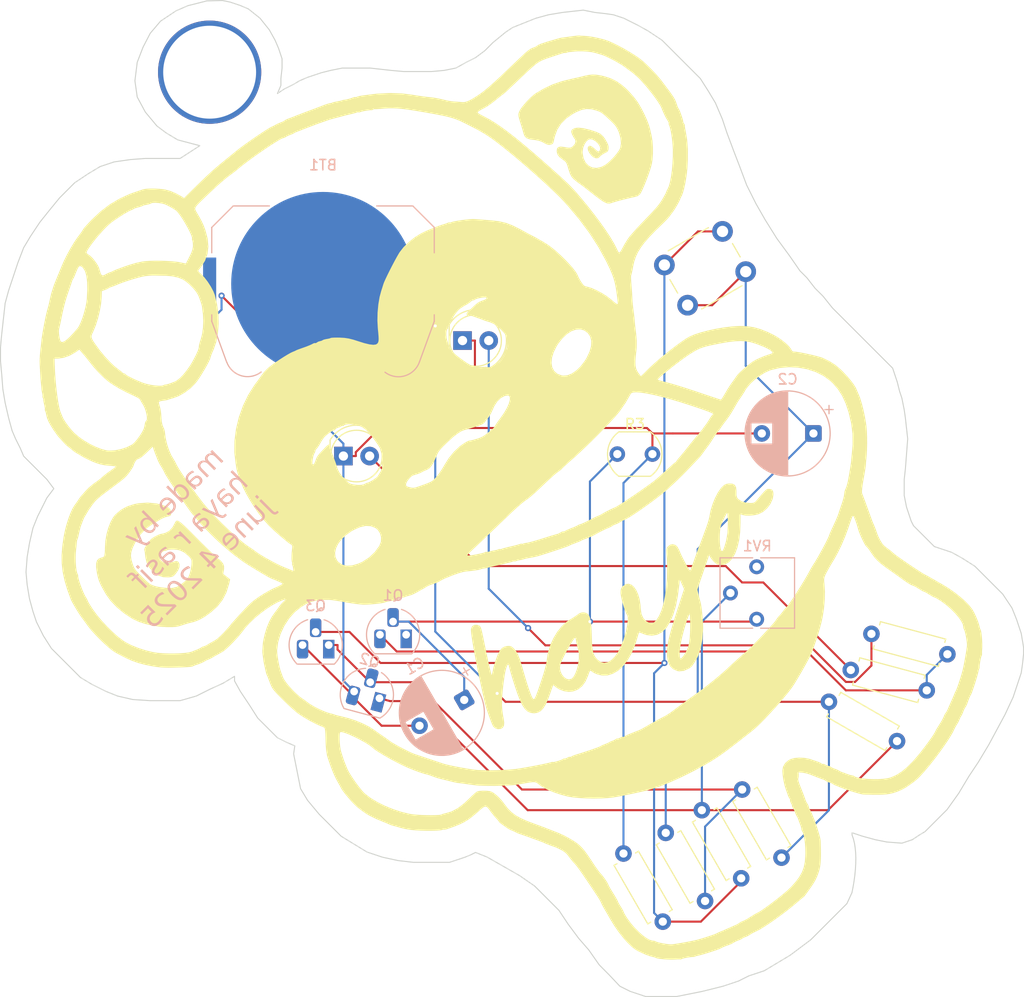
<source format=kicad_pcb>
(kicad_pcb (version 20241229) (generator "pcbnew") (generator_version "9.0")
  (layers (0 "F.Cu" signal) (2 "B.Cu" signal) (13 "F.Paste" user) (15 "B.Paste" user) (5 "F.SilkS" user "F.Silkscreen") (7 "B.SilkS" user "B.Silkscreen") (1 "F.Mask" user) (3 "B.Mask" user) (25 "Edge.Cuts" user))
  (net 0 "")
  (net 1 "Net-(BT1-+)")
  (net 2 "GND")
  (net 3 "Net-(Q1-B)")
  (net 4 "Net-(C2-Pad1)")
  (net 5 "Net-(D1-A)")
  (net 6 "Net-(D2-A)")
  (net 7 "Net-(Q1-E)")
  (net 9 "Net-(Q2-C)")
  (net 10 "Net-(Q2-B)")
  (net 11 "Net-(Q3-B)")
  (footprint "Resistor_THT:R_Axial_DIN0207_L6.3mm_D2.5mm_P7.62mm_Horizontal" (layer "F.Cu") (at 109.9797 159.8911 165)
    (property "Reference" "R2" (hide yes))
    (property "Value" "R" (hide yes))
    (pad "1" thru_hole circle (at 0 0 165) (size 1.6 1.6) (drill 0.8) (layers "*.Cu" "*.Mask") (net 7 "Net-(Q1-E)"))
    (pad "2" thru_hole circle (at 7.62 0 165) (size 1.6 1.6) (drill 0.8) (layers "*.Cu" "*.Mask") (net 5 "Net-(D1-A)"))
  )
  (footprint "Resistor_THT:R_Axial_DIN0207_L6.3mm_D2.5mm_P7.62mm_Horizontal" (layer "F.Cu") (at 88.5 180.2996 120)
    (property "Reference" "R7" (hide yes))
    (property "Value" "R" (hide yes))
    (pad "1" thru_hole circle (at 0 0 120) (size 1.6 1.6) (drill 0.8) (layers "*.Cu" "*.Mask") (net 10 "Net-(Q2-B)"))
    (pad "2" thru_hole circle (at 7.62 0 120) (size 1.6 1.6) (drill 0.8) (layers "*.Cu" "*.Mask") (net 4 "Net-(C2-Pad1)"))
  )
  (footprint "LED_THT:LED_D5.0mm" (layer "F.Cu") (at 53.46 137.1912)
    (property "Reference" "D1" (hide yes))
    (property "Value" "LED" (hide yes))
    (pad "1" thru_hole rect (at 0 0) (size 1.8 1.8) (drill 0.9) (layers "*.Cu" "*.Mask") (net 2 "GND"))
    (pad "2" thru_hole circle (at 2.54 0) (size 1.8 1.8) (drill 0.9) (layers "*.Cu" "*.Mask") (net 5 "Net-(D1-A)"))
  )
  (footprint "OptoDevice:R_LDR_5.1x4.3mm_P3.4mm_Vertical" (layer "F.Cu") (at 80 137)
    (property "Reference" "R3" (at 1.7 -2.9 0) (layer "F.SilkS"))
    (property "Value" "R_Photo")
    (pad "1" thru_hole circle (at 0 0) (size 1.5 1.5) (drill 0.8) (layers "*.Cu" "*.Mask") (net 3 "Net-(Q1-B)"))
    (pad "2" thru_hole circle (at 3.4 0) (size 1.5 1.5) (drill 0.8) (layers "*.Cu" "*.Mask") (net 2 "GND"))
  )
  (footprint "Resistor_THT:R_Axial_DIN0207_L6.3mm_D2.5mm_P7.62mm_Horizontal" (layer "F.Cu") (at 111.9797 156.3911 165)
    (property "Reference" "R1" (hide yes))
    (property "Value" "R" (hide yes))
    (pad "1" thru_hole circle (at 0 0 165) (size 1.6 1.6) (drill 0.8) (layers "*.Cu" "*.Mask") (net 7 "Net-(Q1-E)"))
    (pad "2" thru_hole circle (at 7.62 0 165) (size 1.6 1.6) (drill 0.8) (layers "*.Cu" "*.Mask") (net 6 "Net-(D2-A)"))
  )
  (footprint "Resistor_THT:R_Axial_DIN0207_L6.3mm_D2.5mm_P7.62mm_Horizontal" (layer "F.Cu") (at 95.905 176.0991 120)
    (property "Reference" "R5" (hide yes))
    (property "Value" "R" (hide yes))
    (pad "1" thru_hole circle (at 0 0 120) (size 1.6 1.6) (drill 0.8) (layers "*.Cu" "*.Mask") (net 1 "Net-(BT1-+)"))
    (pad "2" thru_hole circle (at 7.62 0 120) (size 1.6 1.6) (drill 0.8) (layers "*.Cu" "*.Mask") (net 10 "Net-(Q2-B)"))
  )
  (footprint "LED_THT:LED_D5.0mm" (layer "F.Cu") (at 65 126)
    (property "Reference" "D2" (hide yes))
    (property "Value" "LED" (hide yes))
    (pad "1" thru_hole rect (at 0 0) (size 1.8 1.8) (drill 0.9) (layers "*.Cu" "*.Mask") (net 2 "GND"))
    (pad "2" thru_hole circle (at 2.54 0) (size 1.8 1.8) (drill 0.9) (layers "*.Cu" "*.Mask") (net 6 "Net-(D2-A)"))
  )
  (footprint "Resistor_THT:R_Axial_DIN0207_L6.3mm_D2.5mm_P7.62mm_Horizontal" (layer "F.Cu") (at 100.5 161 -30)
    (property "Reference" "R4" (hide yes))
    (property "Value" "R" (hide yes))
    (pad "1" thru_hole circle (at 0 0 330) (size 1.6 1.6) (drill 0.8) (layers "*.Cu" "*.Mask") (net 1 "Net-(BT1-+)"))
    (pad "2" thru_hole circle (at 7.62 0 330) (size 1.6 1.6) (drill 0.8) (layers "*.Cu" "*.Mask") (net 9 "Net-(Q2-C)"))
  )
  (footprint "Resistor_THT:R_Axial_DIN0207_L6.3mm_D2.5mm_P7.62mm_Horizontal" (layer "F.Cu") (at 92 178.0991 120)
    (property "Reference" "R6" (hide yes))
    (property "Value" "R" (hide yes))
    (pad "1" thru_hole circle (at 0 0 120) (size 1.6 1.6) (drill 0.8) (layers "*.Cu" "*.Mask") (net 11 "Net-(Q3-B)"))
    (pad "2" thru_hole circle (at 7.62 0 120) (size 1.6 1.6) (drill 0.8) (layers "*.Cu" "*.Mask") (net 9 "Net-(Q2-C)"))
  )
  (footprint "LOGO" (layer "F.Cu") (at 77 138.5 45)
    (property "Reference" "G***" (hide yes))
    (property "Value" "LOGO" (hide yes))
  )
  (footprint "Resistor_THT:R_Axial_DIN0207_L6.3mm_D2.5mm_P7.62mm_Horizontal" (layer "F.Cu") (at 84.405 182.2996 120)
    (property "Reference" "R8" (hide yes))
    (property "Value" "R" (hide yes))
    (pad "1" thru_hole circle (at 0 0 120) (size 1.6 1.6) (drill 0.8) (layers "*.Cu" "*.Mask") (net 11 "Net-(Q3-B)"))
    (pad "2" thru_hole circle (at 7.62 0 120) (size 1.6 1.6) (drill 0.8) (layers "*.Cu" "*.Mask") (net 2 "GND"))
  )
  (footprint "Button_Switch_THT:SW_PUSH_6mm" (layer "F.Cu") (at 92.4396 119.3236 -150)
    (property "Reference" "SW1" (hide yes))
    (property "Value" "SW_Push")
    (pad "1" thru_hole circle (at 0 0 300) (size 2 2) (drill 1.1) (layers "*.Cu" "*.Mask") (net 4 "Net-(C2-Pad1)"))
    (pad "1" thru_hole circle (at 6.5 0 300) (size 2 2) (drill 1.1) (layers "*.Cu" "*.Mask") (net 4 "Net-(C2-Pad1)"))
    (pad "2" thru_hole circle (at 0 4.5 300) (size 2 2) (drill 1.1) (layers "*.Cu" "*.Mask") (net 11 "Net-(Q3-B)"))
    (pad "2" thru_hole circle (at 6.500001 4.5 300) (size 2 2) (drill 1.1) (layers "*.Cu" "*.Mask") (net 11 "Net-(Q3-B)"))
  )
  (footprint "Capacitor_THT:CP_Radial_D8.0mm_P5.00mm" (layer "B.Cu") (at 65.1651 160.8206 -150)
    (property "Reference" "C1" (at 2.500001 5.25 30) (layer "B.SilkS") (effects (justify mirror)))
    (property "Value" "C")
    (pad "1" thru_hole roundrect (at 0 0 210) (size 1.6 1.6) (drill 0.8) (layers "*.Cu" "*.Mask") (roundrect_rratio 0.15625) (net 3 "Net-(Q1-B)"))
    (pad "2" thru_hole circle (at 5 0 210) (size 1.6 1.6) (drill 0.8) (layers "*.Cu" "*.Mask") (net 2 "GND"))
  )
  (footprint "Package_TO_SOT_THT:TO-92L_HandSolder" (layer "B.Cu") (at 59.54 154.5 180)
    (property "Reference" "Q1" (at 1.27 3.8 0) (layer "B.SilkS") (effects (justify mirror)))
    (property "Value" "NPN")
    (pad "1" thru_hole rect (at 0 0 180) (size 1.1 1.8) (drill 0.75 (offset 0 -0.4)) (layers "*.Cu" "*.Mask"))
    (pad "2" thru_hole roundrect (at 1.27 1.27 180) (size 1.1 1.8) (drill 0.75 (offset 0 0.4)) (layers "*.Cu" "*.Mask") (net 3 "Net-(Q1-B)"))
    (pad "3" thru_hole roundrect (at 2.54 0 180) (size 1.1 1.8) (drill 0.75 (offset 0 -0.4)) (layers "*.Cu" "*.Mask") (net 7 "Net-(Q1-E)"))
  )
  (footprint "Package_TO_SOT_THT:TO-92L_HandSolder" (layer "B.Cu") (at 52.04 155.5 180)
    (property "Reference" "Q3" (at 1.27 3.8 0) (layer "B.SilkS") (effects (justify mirror)))
    (property "Value" "NPN")
    (pad "1" thru_hole rect (at 0 0 180) (size 1.1 1.8) (drill 0.75 (offset 0 -0.4)) (layers "*.Cu" "*.Mask") (net 10 "Net-(Q2-B)"))
    (pad "2" thru_hole roundrect (at 1.27 1.27 180) (size 1.1 1.8) (drill 0.75 (offset 0 0.4)) (layers "*.Cu" "*.Mask") (net 11 "Net-(Q3-B)"))
    (pad "3" thru_hole roundrect (at 2.54 0 180) (size 1.1 1.8) (drill 0.75 (offset 0 -0.4)) (layers "*.Cu" "*.Mask") (net 2 "GND"))
  )
  (footprint "Battery:BatteryHolder_Keystone_3034_1x20mm" (layer "B.Cu") (at 51.485 120.5 180)
    (property "Reference" "BT1" (at 0 11.5 0) (layer "B.SilkS") (effects (justify mirror)))
    (property "Value" "Battery_Cell")
    (pad "1" smd rect (at -10.985 0 180) (size 1.27 5.08) (layers "B.Cu" "B.Mask" "B.Paste") (net 1 "Net-(BT1-+)"))
    (pad "1" smd rect (at 10.985 0 180) (size 1.27 5.08) (layers "B.Cu" "B.Mask" "B.Paste") (net 1 "Net-(BT1-+)"))
    (pad "2" smd circle (at 0 0 180) (size 17.8 17.8) (layers "B.Cu" "B.Mask") (net 2 "GND"))
  )
  (footprint "Package_TO_SOT_THT:TO-92L_HandSolder" (layer "B.Cu") (at 56.9535 160.6574 165)
    (property "Reference" "Q2" (at 1.867615 3.285993 165) (layer "B.SilkS") (effects (justify mirror)))
    (property "Value" "NPN")
    (pad "1" thru_hole rect (at 0 0 165) (size 1.1 1.8) (drill 0.75 (offset 0 -0.4)) (layers "*.Cu" "*.Mask") (net 9 "Net-(Q2-C)"))
    (pad "2" thru_hole roundrect (at 1.27 1.27 165) (size 1.1 1.8) (drill 0.75 (offset 0 0.4)) (layers "*.Cu" "*.Mask") (net 10 "Net-(Q2-B)"))
    (pad "3" thru_hole roundrect (at 2.54 0 165) (size 1.1 1.8) (drill 0.75 (offset 0 -0.4)) (layers "*.Cu" "*.Mask") (net 2 "GND"))
  )
  (footprint "Potentiometer_THT:Potentiometer_Vishay_T73YP_Vertical" (layer "B.Cu") (at 93.5 153 180)
    (property "Reference" "RV1" (at -0.06 7.09 0) (layer "B.SilkS") (effects (justify mirror)))
    (property "Value" "R_Potentiometer")
    (pad "1" thru_hole circle (at 0 0 180) (size 1.44 1.44) (drill 0.8) (layers "*.Cu" "*.Mask") (net 3 "Net-(Q1-B)"))
    (pad "2" thru_hole circle (at 2.54 2.54 180) (size 1.44 1.44) (drill 0.8) (layers "*.Cu" "*.Mask") (net 9 "Net-(Q2-C)"))
    (pad "3" thru_hole circle (at 0 5.08 180) (size 1.44 1.44) (drill 0.8) (layers "*.Cu" "*.Mask"))
  )
  (footprint "Capacitor_THT:CP_Radial_D8.0mm_P5.00mm" (layer "B.Cu") (at 99 135 180)
    (property "Reference" "C2" (at 2.5 5.25 0) (layer "B.SilkS") (effects (justify mirror)))
    (property "Value" "C")
    (pad "1" thru_hole roundrect (at 0 0 180) (size 1.6 1.6) (drill 0.8) (layers "*.Cu" "*.Mask") (roundrect_rratio 0.15625) (net 4 "Net-(C2-Pad1)"))
    (pad "2" thru_hole circle (at 5 0 180) (size 1.6 1.6) (drill 0.8) (layers "*.Cu" "*.Mask") (net 2 "GND"))
  )
  (gr_poly (pts (xy 35.742627 95.055055) (xy 37.242627 94.055055) (xy 38.393566 93.555055) (xy 40.242627 93.089256) (xy 41.742627 93.055055) (xy 42.464692 93.201512) (xy 43.474973 93.53827) (xy 44.260745 93.875029) (xy 45.383274 94.773055) (xy 46.281301 95.895586) (xy 46.842567 96.905865) (xy 47.179327 97.691637) (xy 47.516084 98.701918) (xy 47.516088 99.599941) (xy 47.403832 100.610222) (xy 47.403832 101.283739) (xy 47.067076 102.069512) (xy 47.740593 101.620498) (xy 48.638618 101.171486) (xy 49.199885 100.834726) (xy 49.985658 100.497967) (xy 50.659175 100.27346) (xy 51.332696 100.048953) (xy 52.23072 99.824449) (xy 53.353253 99.599941) (xy 54.700289 99.599944) (xy 56.047328 99.599944) (xy 57.057607 99.712196) (xy 58.067887 99.824448) (xy 59.302671 99.936702) (xy 60.200697 99.936702) (xy 61.098723 99.936703) (xy 61.996749 99.936701) (xy 63.231535 99.824448) (xy 64.354065 99.599944) (xy 65.364347 99.038676) (xy 66.26237 98.589661) (xy 67.160395 97.916143) (xy 67.946167 97.130372) (xy 69.180953 96.120092) (xy 69.854471 95.67108) (xy 70.977003 95.222069) (xy 72.099538 94.773053) (xy 73.334322 94.436294) (xy 74.681359 94.211788) (xy 75.691641 94.099533) (xy 76.701916 93.987286) (xy 77.824447 94.21179) (xy 78.834727 94.324043) (xy 79.620496 94.436297) (xy 80.630781 94.773052) (xy 81.977817 95.446572) (xy 82.988094 96.007841) (xy 84.335136 96.905864) (xy 85.233162 97.80389) (xy 86.131188 98.701915) (xy 87.029212 99.599939) (xy 88.03949 100.610218) (xy 88.825261 101.845009) (xy 89.498781 102.967535) (xy 90.172301 104.539082) (xy 90.621314 105.886121) (xy 91.294831 107.682174) (xy 91.856096 109.141466) (xy 92.52962 110.937513) (xy 93.427646 112.733564) (xy 94.325672 114.305108) (xy 95.448199 116.101165) (xy 96.682987 117.784958) (xy 97.693262 119.244254) (xy 98.366782 119.917774) (xy 99.15256 120.928049) (xy 99.938332 121.713821) (xy 100.836355 122.836355) (xy 101.73438 123.73438) (xy 102.407897 124.407897) (xy 103.193672 125.193673) (xy 104.091695 126.091695) (xy 104.989722 126.989721) (xy 106 128) (xy 106.673519 128.673519) (xy 106.898024 129.347042) (xy 107.122533 130.020559) (xy 107.34704 130.918581) (xy 107.459291 131.255344) (xy 107.571546 131.592103) (xy 107.683799 132.153366) (xy 107.79605 132.714632) (xy 107.908302 133.500407) (xy 108.02056 134.510685) (xy 108.132814 135.520967) (xy 108.02056 136.980254) (xy 107.908301 138.439545) (xy 107.79605 139.449823) (xy 107.79605 140.34785) (xy 107.796057 141.021373) (xy 107.908308 141.582639) (xy 108.020559 142.143904) (xy 108.245067 142.817423) (xy 108.469573 143.490943) (xy 108.694076 143.939956) (xy 109.255345 144.501224) (xy 109.928861 145.174741) (xy 110.714632 145.960513) (xy 111.388152 146.185018) (xy 112.398431 146.521775) (xy 113.408716 147.083045) (xy 114.643497 147.868814) (xy 115.541523 148.766841) (xy 116.43955 149.664867) (xy 117.337576 150.562893) (xy 118.2356 151.909929) (xy 118.68461 153.032463) (xy 119.133623 154.379503) (xy 119.35813 155.726539) (xy 119.35813 156.400055) (xy 119.245874 157.410337) (xy 119.133629 158.196112) (xy 118.796868 159.20639) (xy 118.347855 160.55343) (xy 117.562083 162.237227) (xy 116.776307 163.696519) (xy 115.990537 165.155808) (xy 114.980256 166.839605) (xy 114.082232 168.186649) (xy 113.071954 169.870444) (xy 112.510689 170.656218) (xy 111.949417 171.441986) (xy 111.275897 172.115506) (xy 110.714632 172.67677) (xy 109.816606 173.574797) (xy 109.255348 173.911559) (xy 108.581824 174.360573) (xy 107.571546 174.697334) (xy 106.112258 174.585079) (xy 104.989721 174.360569) (xy 103.754936 174.02381) (xy 102.744663 173.687052) (xy 102.744655 173.911555) (xy 102.876013 174.290931) (xy 102.976404 174.710264) (xy 103.04731 175.164785) (xy 103.090208 175.649726) (xy 103.106579 176.160321) (xy 103.0979 176.691797) (xy 103.065653 177.239387) (xy 103.011314 177.798325) (xy 102.936368 178.363839) (xy 102.842288 178.931163) (xy 102.730557 179.495526) (xy 102.242627 180.555055) (xy 102.242627 180.555055) (xy 101.742627 181.055055) (xy 101.242627 181.555055) (xy 101.242627 181.555055) (xy 100.242627 182.555055) (xy 98.742627 184.055055) (xy 96.742627 185.555055) (xy 94.242627 187.055055) (xy 92.742627 187.555055) (xy 91.742627 188.055055) (xy 90.242627 188.555055) (xy 88.242627 189.055055) (xy 88.242627 189.055055) (xy 85.742627 189.555055) (xy 84.242627 189.555055) (xy 82.742627 189.555055) (xy 81.242627 189.055055) (xy 81.242627 189.055055) (xy 80.242627 188.555055) (xy 79.242627 187.494196) (xy 78.242627 186.483914) (xy 77.242627 185.055055) (xy 76.242627 183.902093) (xy 75.242627 182.555055) (xy 74.344597 181.208013) (xy 73.222066 180.085482) (xy 71.987281 178.850697) (xy 70.527991 177.840419) (xy 68.956447 176.942393) (xy 67.384903 176.044369) (xy 66.262371 175.595358) (xy 65.813357 175.819862) (xy 65.242627 176.055055) (xy 65.242627 176.055055) (xy 63.742627 176.555055) (xy 63.242627 176.555055) (xy 62.242627 176.555055) (xy 61.242627 176.555055) (xy 60.242627 176.555055) (xy 58.742627 176.381129) (xy 57.242627 176.055055) (xy 55.742627 175.555055) (xy 53.240998 174.02381) (xy 52.118468 172.901279) (xy 51.108191 171.891002) (xy 49.985656 170.54396) (xy 49.312139 169.421431) (xy 49.087632 168.298897) (xy 48.863125 167.176365) (xy 48.638616 166.053832) (xy 48.750872 165.268062) (xy 47.965099 164.931303) (xy 47.067074 164.48229) (xy 46.056795 163.472011) (xy 45.158769 162.573985) (xy 44.372996 161.339201) (xy 43.474971 159.992162) (xy 42.913705 158.981882) (xy 42.913706 158.532871) (xy 41.791173 159.206389) (xy 40.55639 159.767656) (xy 39.209348 160.441173) (xy 37.637805 160.890187) (xy 36.290766 160.890186) (xy 34.719223 160.890188) (xy 33.035424 160.777934) (xy 31.576131 160.441173) (xy 30.4536 159.99216) (xy 29.106562 159.318643) (xy 27.984029 158.645122) (xy 26.861497 157.52259) (xy 25.963473 156.624566) (xy 25.177699 155.838792) (xy 24.391928 154.604008) (xy 23.718409 153.25697) (xy 23.381649 152.246691) (xy 23.044889 151.011904) (xy 22.820383 149.664867) (xy 22.708129 148.430082) (xy 22.820384 146.970791) (xy 23.044888 145.623752) (xy 23.381651 144.164461) (xy 23.830663 143.041929) (xy 24.279674 142.143903) (xy 24.728687 141.245878) (xy 25.402206 140.347851) (xy 24.728688 139.449827) (xy 24.055168 138.776307) (xy 23.269396 137.990536) (xy 22.483625 137.204762) (xy 22.146863 136.41899) (xy 21.697851 135.520965) (xy 21.361092 134.735192) (xy 21.024332 133.500407) (xy 20.687573 132.041116) (xy 20.463066 130.694077) (xy 20.350812 129.234786) (xy 20.238559 128) (xy 20.23856 126.652961) (xy 20.350813 125.418178) (xy 20.463065 124.407899) (xy 20.57532 123.39762) (xy 20.687573 122.387341) (xy 21.024331 121.152557) (xy 21.473345 119.805518) (xy 21.922358 118.458479) (xy 22.483625 116.999187) (xy 23.157143 115.876655) (xy 24.055167 114.529617) (xy 24.953194 113.407085) (xy 25.963473 112.1723) (xy 26.636993 111.49878) (xy 27.422765 110.713009) (xy 28.7698 109.814983) (xy 29.892335 109.141464) (xy 31.239373 108.692451) (xy 32.810919 108.467944) (xy 34.270209 108.355691) (xy 35.392741 108.355693) (xy 36.515273 108.35569) (xy 37.637805 108.355692) (xy 39.54611 107.120904) (xy 37.413297 106.559642) (xy 36.290765 105.886122) (xy 35.392741 105.212602) (xy 34.270208 103.865565) (xy 33.484437 102.406271) (xy 33.259931 100.834726) (xy 33.484437 99.038675) (xy 34.045704 97.579385) (xy 34.742627 96.232345)) (fill no) (layer "Edge.Cuts"))
  (gr_text "made by \nhaya r asif\njune 4 2025" (at 47 142.5 45) (layer "B.SilkS") (effects (font (size 2 2) (thickness 0.1)) (justify left bottom mirror)))
  (via (at 40.5 100) (size 10) (drill 9) (layers "F.Cu" "B.Cu") (net 0))
  (segment (start 62.3599 124.5819) (end 44.5819 124.5819) (width 0.2) (layer "F.Cu") (net 1))
  (segment (start 44.5819 124.5819) (end 41.6545 121.6545) (width 0.2) (layer "F.Cu") (net 1))
  (segment (start 100.5 161) (end 69.1659 161) (width 0.2) (layer "F.Cu") (net 1))
  (segment (start 69.1659 161) (end 68.3541 160.1882) (width 0.2) (layer "F.Cu") (net 1))
  (via (at 62.3599 124.5819) (size 0.6) (drill 0.3) (layers "F.Cu" "B.Cu") (net 1))
  (via (at 41.6545 121.6545) (size 0.6) (drill 0.3) (layers "F.Cu" "B.Cu") (net 1))
  (via (at 68.3541 160.1882) (size 0.6) (drill 0.3) (layers "F.Cu" "B.Cu") (net 1))
  (segment (start 40.5 120.5) (end 40.5 123.3417) (width 0.2) (layer "B.Cu") (net 1))
  (segment (start 62.47 120.5) (end 62.47 123.3417) (width 0.2) (layer "B.Cu") (net 1))
  (segment (start 41.6545 123.0068) (end 41.3196 123.3417) (width 0.2) (layer "B.Cu") (net 1))
  (segment (start 62.3599 154.194) (end 62.3599 124.5819) (width 0.2) (layer "B.Cu") (net 1))
  (segment (start 68.3541 160.1882) (end 62.3599 154.194) (width 0.2) (layer "B.Cu") (net 1))
  (segment (start 95.905 176.0991) (end 100.5 171.5041) (width 0.2) (layer "B.Cu") (net 1))
  (segment (start 62.3599 123.4518) (end 62.3599 124.5819) (width 0.2) (layer "B.Cu") (net 1))
  (segment (start 41.6545 121.6545) (end 41.6545 123.0068) (width 0.2) (layer "B.Cu") (net 1))
  (segment (start 100.5 171.5041) (end 100.5 161) (width 0.2) (layer "B.Cu") (net 1))
  (segment (start 41.3196 123.3417) (end 40.5 123.3417) (width 0.2) (layer "B.Cu") (net 1))
  (segment (start 62.47 123.3417) (end 62.3599 123.4518) (width 0.2) (layer "B.Cu") (net 1))
  (segment (start 82.8727 134.4727) (end 83.4 135) (width 0.2) (layer "F.Cu") (net 2))
  (segment (start 54 160) (end 49.5 155.5) (width 0.2) (layer "F.Cu") (net 2))
  (segment (start 65 126) (end 66.2017 126) (width 0.2) (layer "F.Cu") (net 2))
  (segment (start 53.46 137.1912) (end 54.6617 137.1912) (width 0.2) (layer "F.Cu") (net 2))
  (segment (start 85.3587 135) (end 85.4 135) (width 0.2) (layer "F.Cu") (net 2))
  (segment (start 94 135) (end 85.4 135) (width 0.2) (layer "F.Cu") (net 2))
  (segment (start 66.2017 126) (end 66.2017 134.4727) (width 0.2) (layer "F.Cu") (net 2))
  (segment (start 54.6617 136.8157) (end 57.0047 134.4727) (width 0.2) (layer "F.Cu") (net 2))
  (segment (start 83.4 135) (end 85.3587 135) (width 0.2) (layer "F.Cu") (net 2))
  (segment (start 83.4 135) (end 83.4 137) (width 0.2) (layer "F.Cu") (net 2))
  (segment (start 54.5 160.6546) (end 57.166 163.3206) (width 0.2) (layer "F.Cu") (net 2))
  (segment (start 54.5 160) (end 54 160) (width 0.2) (layer "F.Cu") (net 2))
  (segment (start 57.0047 134.4727) (end 66.2017 134.4727) (width 0.2) (layer "F.Cu") (net 2))
  (segment (start 54.6617 137.1912) (end 54.6617 136.8157) (width 0.2) (layer "F.Cu") (net 2))
  (segment (start 66.2017 134.4727) (end 82.8727 134.4727) (width 0.2) (layer "F.Cu") (net 2))
  (segment (start 57.166 163.3206) (end 60.835 163.3206) (width 0.2) (layer "F.Cu") (net 2))
  (segment (start 54.5 160) (end 54.5 160.6546) (width 0.2) (layer "F.Cu") (net 2))
  (segment (start 80.595 139.805) (end 83.4 137) (width 0.2) (layer "B.Cu") (net 2))
  (segment (start 51.485 134.0145) (end 53.46 135.9895) (width 0.2) (layer "B.Cu") (net 2))
  (segment (start 80.595 175.7005) (end 80.595 139.805) (width 0.2) (layer "B.Cu") (net 2))
  (segment (start 53.46 136.8878) (end 53.46 137.1912) (width 0.2) (layer "B.Cu") (net 2))
  (segment (start 51.485 120.5) (end 51.485 134.0145) (width 0.2) (layer "B.Cu") (net 2))
  (segment (start 53.46 137.1912) (end 53.46 158.96) (width 0.2) (layer "B.Cu") (net 2))
  (segment (start 53.46 158.96) (end 54.5 160) (width 0.2) (layer "B.Cu") (net 2))
  (segment (start 53.46 136.8878) (end 53.46 135.9895) (width 0.2) (layer "B.Cu") (net 2))
  (segment (start 77.3454 153.23) (end 58.27 153.23) (width 0.2) (layer "F.Cu") (net 3))
  (segment (start 93.27 153.23) (end 77.3454 153.23) (width 0.2) (layer "F.Cu") (net 3))
  (segment (start 93.5 153) (end 93.27 153.23) (width 0.2) (layer "F.Cu") (net 3))
  (via (at 77.3454 153.23) (size 0.6) (drill 0.3) (layers "F.Cu" "B.Cu") (net 3))
  (segment (start 80 137) (end 77.3454 139.6546) (width 0.2) (layer "B.Cu") (net 3))
  (segment (start 77.3454 139.6546) (end 77.3454 153.23) (width 0.2) (layer "B.Cu") (net 3))
  (segment (start 65.1651 158.6007) (end 65.1651 160.8206) (width 0.2) (layer "B.Cu") (net 3))
  (segment (start 58.27 153.23) (end 59.7944 153.23) (width 0.2) (layer "B.Cu") (net 3))
  (segment (start 59.7944 153.23) (end 65.1651 158.6007) (width 0.2) (layer "B.Cu") (net 3))
  (segment (start 92.4396 119.3236) (end 89.1896 122.5736) (width 0.2) (layer "F.Cu") (net 4))
  (segment (start 89.1896 122.5736) (end 86.8104 122.5736) (width 0.2) (layer "F.Cu") (net 4))
  (segment (start 84.69 164.7918) (end 84.69 173.7005) (width 0.2) (layer "B.Cu") (net 4))
  (segment (start 99 135) (end 87.7898 146.2102) (width 0.2) (layer "B.Cu") (net 4))
  (segment (start 87.7898 146.2102) (end 87.7898 161.692) (width 0.2) (layer "B.Cu") (net 4))
  (segment (start 92.4396 119.3236) (end 92.4396 128.4396) (width 0.2) (layer "B.Cu") (net 4))
  (segment (start 99 135) (end 92.4396 128.4396) (width 0.2) (layer "B.Cu") (net 4))
  (segment (start 87.7898 161.692) (end 84.69 164.7918) (width 0.2) (layer "B.Cu") (net 4))
  (segment (start 102.6193 157.9189) (end 94.1402 149.4398) (width 0.2) (layer "F.Cu") (net 5))
  (segment (start 66.6574 147.8486) (end 56 137.1912) (width 0.2) (layer "F.Cu") (net 5))
  (segment (start 92.0945 149.4398) (end 90.5033 147.8486) (width 0.2) (layer "F.Cu") (net 5))
  (segment (start 90.5033 147.8486) (end 66.6574 147.8486) (width 0.2) (layer "F.Cu") (net 5))
  (segment (start 94.1402 149.4398) (end 92.0945 149.4398) (width 0.2) (layer "F.Cu") (net 5))
  (segment (start 104.6193 154.4189) (end 104.6193 157.4873) (width 0.2) (layer "F.Cu") (net 6))
  (segment (start 103.0321 159.0745) (end 102.1433 159.0745) (width 0.2) (layer "F.Cu") (net 6))
  (segment (start 73.0257 155.5304) (end 71.3512 153.8559) (width 0.2) (layer "F.Cu") (net 6))
  (segment (start 102.1433 159.0745) (end 98.5992 155.5304) (width 0.2) (layer "F.Cu") (net 6))
  (segment (start 98.5992 155.5304) (end 73.0257 155.5304) (width 0.2) (layer "F.Cu") (net 6))
  (segment (start 104.6193 157.4873) (end 103.0321 159.0745) (width 0.2) (layer "F.Cu") (net 6))
  (via (at 71.3512 153.8559) (size 0.6) (drill 0.3) (layers "F.Cu" "B.Cu") (net 6))
  (segment (start 67.54 150.0447) (end 67.54 126) (width 0.2) (layer "B.Cu") (net 6))
  (segment (start 71.3512 153.8559) (end 67.54 150.0447) (width 0.2) (layer "B.Cu") (net 6))
  (segment (start 58.6276 156.1276) (end 98.3769 156.1276) (width 0.2) (layer "F.Cu") (net 7))
  (segment (start 57 154.5) (end 58.6276 156.1276) (width 0.2) (layer "F.Cu") (net 7))
  (segment (start 98.3769 156.1276) (end 102.1404 159.8911) (width 0.2) (layer "F.Cu") (net 7))
  (segment (start 102.1404 159.8911) (end 109.9797 159.8911) (width 0.2) (layer "F.Cu") (net 7))
  (segment (start 109.9797 158.3911) (end 109.9797 159.8911) (width 0.2) (layer "B.Cu") (net 7))
  (segment (start 111.9797 156.3911) (end 109.9797 158.3911) (width 0.2) (layer "B.Cu") (net 7))
  (segment (start 107.0991 164.81) (end 100.4091 171.5) (width 0.2) (layer "F.Cu") (net 9))
  (segment (start 100.4091 171.5) (end 88.19 171.5) (width 0.2) (layer "F.Cu") (net 9))
  (segment (start 60.7494 160.9334) (end 57.9837 160.9334) (width 0.2) (layer "F.Cu") (net 9))
  (segment (start 56.9535 160.6574) (end 57.9837 160.9334) (width 0.2) (layer "F.Cu") (net 9))
  (segment (start 71.316 171.5) (end 60.7494 160.9334) (width 0.2) (layer "F.Cu") (net 9))
  (segment (start 88.19 171.5) (end 71.316 171.5) (width 0.2) (layer "F.Cu") (net 9))
  (segment (start 88.1915 162.0583) (end 88.1915 153.2285) (width 0.2) (layer "B.Cu") (net 9))
  (segment (start 88.19 162.0598) (end 88.1915 162.0583) (width 0.2) (layer "B.Cu") (net 9))
  (segment (start 88.1915 153.2285) (end 90.96 150.46) (width 0.2) (layer "B.Cu") (net 9))
  (segment (start 88.19 171.5) (end 88.19 162.0598) (width 0.2) (layer "B.Cu") (net 9))
  (segment (start 52.8917 155.9382) (end 52.8917 155.5) (width 0.2) (layer "F.Cu") (net 10))
  (segment (start 56.0555 159.102) (end 52.8917 155.9382) (width 0.2) (layer "F.Cu") (net 10))
  (segment (start 92.095 169.5) (end 70.7574 169.5) (width 0.2) (layer "F.Cu") (net 10))
  (segment (start 52.04 155.5) (end 52.8917 155.5) (width 0.2) (layer "F.Cu") (net 10))
  (segment (start 60.3594 159.102) (end 56.0555 159.102) (width 0.2) (layer "F.Cu") (net 10))
  (segment (start 70.7574 169.5) (end 60.3594 159.102) (width 0.2) (layer "F.Cu") (net 10))
  (segment (start 92.095 169.5) (end 88.5 173.095) (width 0.2) (layer "B.Cu") (net 10))
  (segment (start 88.5 173.095) (end 88.5 180.2996) (width 0.2) (layer "B.Cu") (net 10))
  (segment (start 88.0929 182.2996) (end 92 178.3925) (width 0.2) (layer "F.Cu") (net 11))
  (segment (start 54.0497 154.23) (end 50.77 154.23) (width 0.2) (layer "F.Cu") (net 11))
  (segment (start 84.405 182.2996) (end 88.0929 182.2996) (width 0.2) (layer "F.Cu") (net 11))
  (segment (start 57.057 157.2373) (end 54.0497 154.23) (width 0.2) (layer "F.Cu") (net 11))
  (segment (start 84.5604 157.2373) (end 57.057 157.2373) (width 0.2) (layer "F.Cu") (net 11))
  (segment (start 92 178.3925) (end 92 178.0991) (width 0.2) (layer "F.Cu") (net 11))
  (segment (start 87.8104 115.4265) (end 84.5604 118.6765) (width 0.2) (layer "F.Cu") (net 11))
  (segment (start 90.1896 115.4265) (end 87.8104 115.4265) (width 0.2) (layer "F.Cu") (net 11))
  (via (at 84.5604 157.2373) (size 0.6) (drill 0.3) (layers "F.Cu" "B.Cu") (net 11))
  (segment (start 84.5604 157.2373) (end 83.5603 158.2374) (width 0.2) (layer "B.Cu") (net 11))
  (segment (start 83.5603 181.4549) (end 84.405 182.2996) (width 0.2) (layer "B.Cu") (net 11))
  (segment (start 83.5603 158.2374) (end 83.5603 181.4549) (width 0.2) (layer "B.Cu") (net 11))
  (segment (start 84.5604 118.6765) (end 84.5604 157.2373) (width 0.2) (layer "B.Cu") (net 11))
)
</source>
